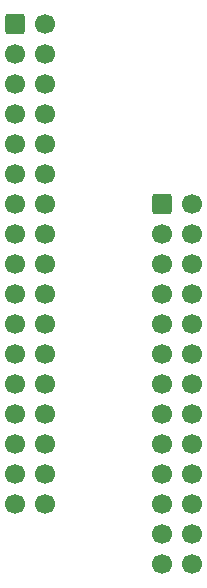
<source format=gbr>
%TF.GenerationSoftware,KiCad,Pcbnew,(6.0.7)*%
%TF.CreationDate,2022-12-30T00:06:58+00:00*%
%TF.ProjectId,CPC464-2MINIDDI3ADAPT,43504334-3634-42d3-924d-494e49444449,rev?*%
%TF.SameCoordinates,Original*%
%TF.FileFunction,Soldermask,Top*%
%TF.FilePolarity,Negative*%
%FSLAX46Y46*%
G04 Gerber Fmt 4.6, Leading zero omitted, Abs format (unit mm)*
G04 Created by KiCad (PCBNEW (6.0.7)) date 2022-12-30 00:06:58*
%MOMM*%
%LPD*%
G01*
G04 APERTURE LIST*
G04 Aperture macros list*
%AMRoundRect*
0 Rectangle with rounded corners*
0 $1 Rounding radius*
0 $2 $3 $4 $5 $6 $7 $8 $9 X,Y pos of 4 corners*
0 Add a 4 corners polygon primitive as box body*
4,1,4,$2,$3,$4,$5,$6,$7,$8,$9,$2,$3,0*
0 Add four circle primitives for the rounded corners*
1,1,$1+$1,$2,$3*
1,1,$1+$1,$4,$5*
1,1,$1+$1,$6,$7*
1,1,$1+$1,$8,$9*
0 Add four rect primitives between the rounded corners*
20,1,$1+$1,$2,$3,$4,$5,0*
20,1,$1+$1,$4,$5,$6,$7,0*
20,1,$1+$1,$6,$7,$8,$9,0*
20,1,$1+$1,$8,$9,$2,$3,0*%
G04 Aperture macros list end*
%ADD10RoundRect,0.250000X-0.600000X-0.600000X0.600000X-0.600000X0.600000X0.600000X-0.600000X0.600000X0*%
%ADD11C,1.700000*%
G04 APERTURE END LIST*
D10*
%TO.C,CD2*%
X75996800Y-79730600D03*
D11*
X78536800Y-79730600D03*
X75996800Y-82270600D03*
X78536800Y-82270600D03*
X75996800Y-84810600D03*
X78536800Y-84810600D03*
X75996800Y-87350600D03*
X78536800Y-87350600D03*
X75996800Y-89890600D03*
X78536800Y-89890600D03*
X75996800Y-92430600D03*
X78536800Y-92430600D03*
X75996800Y-94970600D03*
X78536800Y-94970600D03*
X75996800Y-97510600D03*
X78536800Y-97510600D03*
X75996800Y-100050600D03*
X78536800Y-100050600D03*
X75996800Y-102590600D03*
X78536800Y-102590600D03*
X75996800Y-105130600D03*
X78536800Y-105130600D03*
X75996800Y-107670600D03*
X78536800Y-107670600D03*
X75996800Y-110210600D03*
X78536800Y-110210600D03*
%TD*%
D10*
%TO.C,CD1*%
X63550800Y-64465200D03*
D11*
X66090800Y-64465200D03*
X63550800Y-67005200D03*
X66090800Y-67005200D03*
X63550800Y-69545200D03*
X66090800Y-69545200D03*
X63550800Y-72085200D03*
X66090800Y-72085200D03*
X63550800Y-74625200D03*
X66090800Y-74625200D03*
X63550800Y-77165200D03*
X66090800Y-77165200D03*
X63550800Y-79705200D03*
X66090800Y-79705200D03*
X63550800Y-82245200D03*
X66090800Y-82245200D03*
X63550800Y-84785200D03*
X66090800Y-84785200D03*
X63550800Y-87325200D03*
X66090800Y-87325200D03*
X63550800Y-89865200D03*
X66090800Y-89865200D03*
X63550800Y-92405200D03*
X66090800Y-92405200D03*
X63550800Y-94945200D03*
X66090800Y-94945200D03*
X63550800Y-97485200D03*
X66090800Y-97485200D03*
X63550800Y-100025200D03*
X66090800Y-100025200D03*
X63550800Y-102565200D03*
X66090800Y-102565200D03*
X63550800Y-105105200D03*
X66090800Y-105105200D03*
%TD*%
M02*

</source>
